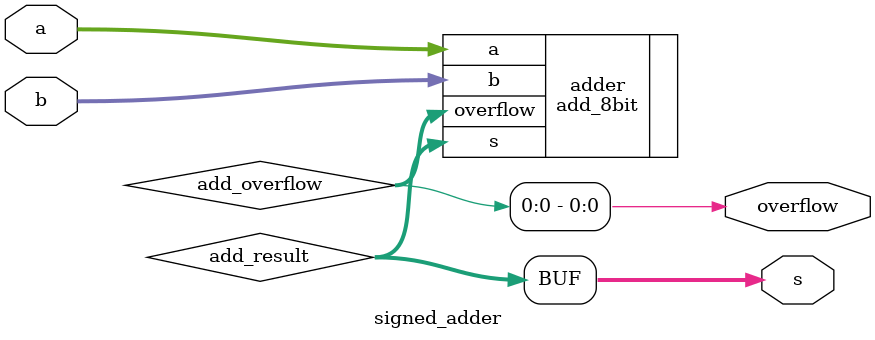
<source format=v>

module signed_adder(input [7:0] a,
    input [7:0] b,
    output [7:0] s,
    output overflow
); 

// The numbers a and b are added to the output s. 
// assign the occurence of the signed overflow of a and b to the output overflow.
// a signed overflow occurs if the most significant bits of a and b are low and the most significant bit of s is high
// a signed overflow may also occur if the most significant bits of a and b are high and the most significant bit of s is low


wire [7:0] add_result;
wire [7:0] add_overflow;

// Addition of two 8-bit numbers

add_8bit adder(
.a(a),
.b(b),
.s(add_result),
.overflow(add_overflow)
);

// Output of the adder

assign s = add_result;
assign overflow = add_overflow;

endmodule

</source>
